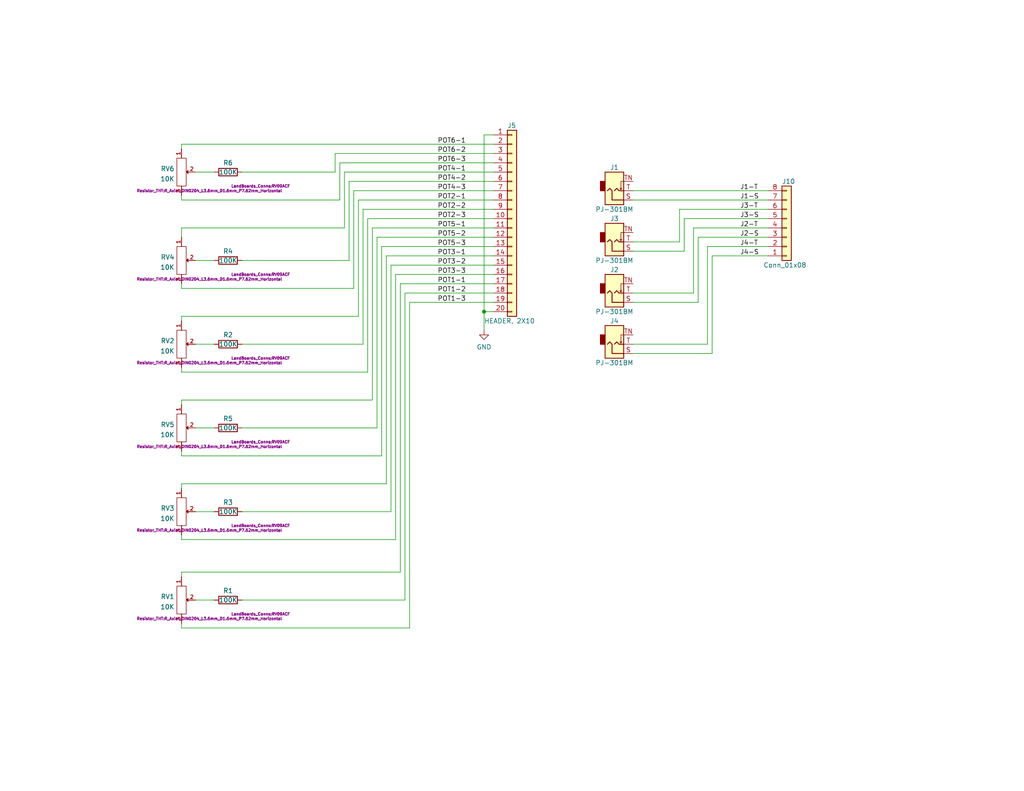
<source format=kicad_sch>
(kicad_sch (version 20211123) (generator eeschema)
  (paper "A")
  (title_block (title "6 POTS, 4 JACKS") (date "2022-10-19") (rev "1") (comment 1 "5 CHANNEL MIXER") (comment 2 "https://note.com/solder_state/n/nffc1a33053be"))
  (lib_symbols
    (symbol "Connector:AudioJack2_SwitchT"
      (property "Reference" "J" (at 0 8.89 0))
      (property "Value" "AudioJack2_SwitchT" (at 0 6.35 0))
      (symbol "AudioJack2_SwitchT_0_1"
        (rectangle (start -2.54 0) (end -3.81 -2.54) (stroke (width 0.254)) (fill (type outline)))
        (polyline (pts (xy 1.778 -0.254) (xy 2.032 -0.762)))
        (polyline (pts (xy 0 0) (xy 0.635 -0.635) (xy 1.27 0) (xy 2.54 0)) (stroke (width 0.254)))
        (polyline (pts (xy 2.54 -2.54) (xy 1.778 -2.54) (xy 1.778 -0.254) (xy 1.524 -0.762)))
        (polyline (pts (xy 2.54 2.54) (xy -0.635 2.54) (xy -0.635 0) (xy -1.27 -0.635) (xy -1.905 0)) (stroke (width 0.254)))
        (rectangle (start 2.54 3.81) (end -2.54 -5.08) (stroke (width 0.254)) (fill (type background)))
      )
      (symbol "AudioJack2_SwitchT_1_1"
        (pin passive line (at 5.08 2.54 180) (length 2.54) (name "~") (number "S"))
        (pin passive line (at 5.08 0 180) (length 2.54) (name "~") (number "T"))
        (pin passive line (at 5.08 -2.54 180) (length 2.54) (name "~") (number "TN"))
      )
    )
    (symbol "Connector_Generic:Conn_01x08" (pin_names (offset 1.016) hide)
      (property "Reference" "J" (at 0 10.16 0))
      (property "Value" "Conn_01x08" (at 0 -12.7 0))
      (symbol "Conn_01x08_1_1"
        (rectangle (start -1.27 -10.033) (end 0 -10.287) (stroke (width 0.1524)))
        (rectangle (start -1.27 -7.493) (end 0 -7.747) (stroke (width 0.1524)))
        (rectangle (start -1.27 -4.953) (end 0 -5.207) (stroke (width 0.1524)))
        (rectangle (start -1.27 -2.413) (end 0 -2.667) (stroke (width 0.1524)))
        (rectangle (start -1.27 0.127) (end 0 -0.127) (stroke (width 0.1524)))
        (rectangle (start -1.27 2.667) (end 0 2.413) (stroke (width 0.1524)))
        (rectangle (start -1.27 5.207) (end 0 4.953) (stroke (width 0.1524)))
        (rectangle (start -1.27 7.747) (end 0 7.493) (stroke (width 0.1524)))
        (rectangle (start -1.27 8.89) (end 1.27 -11.43) (stroke (width 0.254)) (fill (type background)))
        (pin passive line (at -5.08 7.62 0) (length 3.81) (name "Pin_1") (number "1"))
        (pin passive line (at -5.08 5.08 0) (length 3.81) (name "Pin_2") (number "2"))
        (pin passive line (at -5.08 2.54 0) (length 3.81) (name "Pin_3") (number "3"))
        (pin passive line (at -5.08 0 0) (length 3.81) (name "Pin_4") (number "4"))
        (pin passive line (at -5.08 -2.54 0) (length 3.81) (name "Pin_5") (number "5"))
        (pin passive line (at -5.08 -5.08 0) (length 3.81) (name "Pin_6") (number "6"))
        (pin passive line (at -5.08 -7.62 0) (length 3.81) (name "Pin_7") (number "7"))
        (pin passive line (at -5.08 -10.16 0) (length 3.81) (name "Pin_8") (number "8"))
      )
    )
    (symbol "Connector_Generic:Conn_01x20" (pin_names (offset 1.016) hide)
      (property "Reference" "J" (at 0 25.4 0))
      (property "Value" "Conn_01x20" (at 0 -27.94 0))
      (symbol "Conn_01x20_1_1"
        (rectangle (start -1.27 -25.273) (end 0 -25.527) (stroke (width 0.1524)))
        (rectangle (start -1.27 -22.733) (end 0 -22.987) (stroke (width 0.1524)))
        (rectangle (start -1.27 -20.193) (end 0 -20.447) (stroke (width 0.1524)))
        (rectangle (start -1.27 -17.653) (end 0 -17.907) (stroke (width 0.1524)))
        (rectangle (start -1.27 -15.113) (end 0 -15.367) (stroke (width 0.1524)))
        (rectangle (start -1.27 -12.573) (end 0 -12.827) (stroke (width 0.1524)))
        (rectangle (start -1.27 -10.033) (end 0 -10.287) (stroke (width 0.1524)))
        (rectangle (start -1.27 -7.493) (end 0 -7.747) (stroke (width 0.1524)))
        (rectangle (start -1.27 -4.953) (end 0 -5.207) (stroke (width 0.1524)))
        (rectangle (start -1.27 -2.413) (end 0 -2.667) (stroke (width 0.1524)))
        (rectangle (start -1.27 0.127) (end 0 -0.127) (stroke (width 0.1524)))
        (rectangle (start -1.27 2.667) (end 0 2.413) (stroke (width 0.1524)))
        (rectangle (start -1.27 5.207) (end 0 4.953) (stroke (width 0.1524)))
        (rectangle (start -1.27 7.747) (end 0 7.493) (stroke (width 0.1524)))
        (rectangle (start -1.27 10.287) (end 0 10.033) (stroke (width 0.1524)))
        (rectangle (start -1.27 12.827) (end 0 12.573) (stroke (width 0.1524)))
        (rectangle (start -1.27 15.367) (end 0 15.113) (stroke (width 0.1524)))
        (rectangle (start -1.27 17.907) (end 0 17.653) (stroke (width 0.1524)))
        (rectangle (start -1.27 20.447) (end 0 20.193) (stroke (width 0.1524)))
        (rectangle (start -1.27 22.987) (end 0 22.733) (stroke (width 0.1524)))
        (rectangle (start -1.27 24.13) (end 1.27 -26.67) (stroke (width 0.254)) (fill (type background)))
        (pin passive line (at -5.08 22.86 0) (length 3.81) (name "Pin_1") (number "1"))
        (pin passive line (at -5.08 0 0) (length 3.81) (name "Pin_10") (number "10"))
        (pin passive line (at -5.08 -2.54 0) (length 3.81) (name "Pin_11") (number "11"))
        (pin passive line (at -5.08 -5.08 0) (length 3.81) (name "Pin_12") (number "12"))
        (pin passive line (at -5.08 -7.62 0) (length 3.81) (name "Pin_13") (number "13"))
        (pin passive line (at -5.08 -10.16 0) (length 3.81) (name "Pin_14") (number "14"))
        (pin passive line (at -5.08 -12.7 0) (length 3.81) (name "Pin_15") (number "15"))
        (pin passive line (at -5.08 -15.24 0) (length 3.81) (name "Pin_16") (number "16"))
        (pin passive line (at -5.08 -17.78 0) (length 3.81) (name "Pin_17") (number "17"))
        (pin passive line (at -5.08 -20.32 0) (length 3.81) (name "Pin_18") (number "18"))
        (pin passive line (at -5.08 -22.86 0) (length 3.81) (name "Pin_19") (number "19"))
        (pin passive line (at -5.08 20.32 0) (length 3.81) (name "Pin_2") (number "2"))
        (pin passive line (at -5.08 -25.4 0) (length 3.81) (name "Pin_20") (number "20"))
        (pin passive line (at -5.08 17.78 0) (length 3.81) (name "Pin_3") (number "3"))
        (pin passive line (at -5.08 15.24 0) (length 3.81) (name "Pin_4") (number "4"))
        (pin passive line (at -5.08 12.7 0) (length 3.81) (name "Pin_5") (number "5"))
        (pin passive line (at -5.08 10.16 0) (length 3.81) (name "Pin_6") (number "6"))
        (pin passive line (at -5.08 7.62 0) (length 3.81) (name "Pin_7") (number "7"))
        (pin passive line (at -5.08 5.08 0) (length 3.81) (name "Pin_8") (number "8"))
        (pin passive line (at -5.08 2.54 0) (length 3.81) (name "Pin_9") (number "9"))
      )
    )
    (symbol "Device:R" (pin_numbers hide) (pin_names (offset 0))
      (property "Reference" "R" (at 2.032 0 90))
      (property "Value" "R" (at 0 0 90))
      (symbol "R_0_1"
        (rectangle (start -1.016 -2.54) (end 1.016 2.54) (stroke (width 0.254)))
      )
      (symbol "R_1_1"
        (pin passive line (at 0 3.81 270) (length 1.27) (name "~") (number "1"))
        (pin passive line (at 0 -3.81 90) (length 1.27) (name "~") (number "2"))
      )
    )
    (symbol "LandBoards:POT" (pin_names (offset 1.016) hide)
      (property "Reference" "RV" (at 0 -2.54 0))
      (property "Value" "POT" (at 0 0 0))
      (symbol "POT_0_1"
        (rectangle (start -3.81 1.27) (end 3.81 -1.27))
        (polyline (pts (xy 0 1.27) (xy -0.508 1.778) (xy 0.508 1.778)) (fill (type outline)))
      )
      (symbol "POT_1_1"
        (pin passive line (at -6.35 0 0) (length 2.54) (name "1") (number "1"))
        (pin passive line (at 0 3.81 270) (length 2.032) (name "2") (number "2"))
        (pin passive line (at 6.35 0 180) (length 2.54) (name "3") (number "3"))
      )
    )
    (symbol "power:GND" (power) (pin_names (offset 0))
      (property "Value" "GND" (at 0 -3.81 0))
      (symbol "GND_0_1"
        (polyline (pts (xy 0 0) (xy 0 -1.27) (xy 1.27 -1.27) (xy 0 -2.54) (xy -1.27 -1.27) (xy 0 -1.27)))
      )
      (symbol "GND_1_1"
        (pin power_in line (at 0 0 270) (length 0) hide (name "GND") (number "1"))
      )
    )
  )
  (junction (at 132.08 85.09))
  (wire (pts (xy 107.95 147.32) (xy 107.95 74.93)))
  (wire (pts (xy 134.62 69.85) (xy 105.41 69.85)))
  (wire (pts (xy 96.52 78.74) (xy 96.52 52.07)))
  (wire (pts (xy 49.53 100.33) (xy 49.53 101.6)))
  (wire (pts (xy 134.62 62.23) (xy 101.6 62.23)))
  (wire (pts (xy 102.87 116.84) (xy 66.04 116.84)))
  (wire (pts (xy 134.62 72.39) (xy 106.68 72.39)))
  (wire (pts (xy 49.53 77.47) (xy 49.53 78.74)))
  (wire (pts (xy 172.72 80.01) (xy 189.23 80.01)))
  (wire (pts (xy 185.42 66.04) (xy 185.42 57.15)))
  (wire (pts (xy 110.49 80.01) (xy 110.49 163.83)))
  (wire (pts (xy 104.14 67.31) (xy 104.14 124.46)))
  (wire (pts (xy 193.04 67.31) (xy 209.55 67.31)))
  (wire (pts (xy 58.42 163.83) (xy 53.34 163.83)))
  (wire (pts (xy 111.76 82.55) (xy 111.76 171.45)))
  (wire (pts (xy 49.53 133.35) (xy 49.53 132.08)))
  (wire (pts (xy 49.53 54.61) (xy 92.71 54.61)))
  (wire (pts (xy 106.68 72.39) (xy 106.68 139.7)))
  (wire (pts (xy 49.53 156.21) (xy 109.22 156.21)))
  (wire (pts (xy 107.95 74.93) (xy 134.62 74.93)))
  (wire (pts (xy 49.53 147.32) (xy 107.95 147.32)))
  (wire (pts (xy 49.53 171.45) (xy 111.76 171.45)))
  (wire (pts (xy 49.53 170.18) (xy 49.53 171.45)))
  (wire (pts (xy 49.53 39.37) (xy 49.53 40.64)))
  (wire (pts (xy 102.87 64.77) (xy 102.87 116.84)))
  (wire (pts (xy 66.04 163.83) (xy 110.49 163.83)))
  (wire (pts (xy 172.72 96.52) (xy 194.31 96.52)))
  (wire (pts (xy 49.53 64.77) (xy 49.53 62.23)))
  (wire (pts (xy 49.53 78.74) (xy 96.52 78.74)))
  (wire (pts (xy 58.42 93.98) (xy 53.34 93.98)))
  (wire (pts (xy 185.42 57.15) (xy 209.55 57.15)))
  (wire (pts (xy 172.72 68.58) (xy 186.69 68.58)))
  (wire (pts (xy 49.53 86.36) (xy 97.79 86.36)))
  (wire (pts (xy 96.52 52.07) (xy 134.62 52.07)))
  (wire (pts (xy 132.08 36.83) (xy 132.08 85.09)))
  (wire (pts (xy 66.04 93.98) (xy 99.06 93.98)))
  (wire (pts (xy 101.6 62.23) (xy 101.6 109.22)))
  (wire (pts (xy 58.42 139.7) (xy 53.34 139.7)))
  (wire (pts (xy 93.98 62.23) (xy 93.98 46.99)))
  (wire (pts (xy 186.69 68.58) (xy 186.69 59.69)))
  (wire (pts (xy 99.06 57.15) (xy 99.06 93.98)))
  (wire (pts (xy 193.04 93.98) (xy 193.04 67.31)))
  (wire (pts (xy 194.31 69.85) (xy 209.55 69.85)))
  (wire (pts (xy 106.68 139.7) (xy 66.04 139.7)))
  (wire (pts (xy 97.79 86.36) (xy 97.79 54.61)))
  (wire (pts (xy 101.6 109.22) (xy 49.53 109.22)))
  (wire (pts (xy 172.72 82.55) (xy 190.5 82.55)))
  (wire (pts (xy 134.62 41.91) (xy 91.44 41.91)))
  (wire (pts (xy 95.25 71.12) (xy 95.25 49.53)))
  (wire (pts (xy 134.62 57.15) (xy 99.06 57.15)))
  (wire (pts (xy 109.22 77.47) (xy 109.22 156.21)))
  (wire (pts (xy 49.53 123.19) (xy 49.53 124.46)))
  (wire (pts (xy 49.53 157.48) (xy 49.53 156.21)))
  (wire (pts (xy 93.98 46.99) (xy 134.62 46.99)))
  (wire (pts (xy 100.33 59.69) (xy 100.33 101.6)))
  (wire (pts (xy 132.08 85.09) (xy 132.08 90.17)))
  (wire (pts (xy 100.33 101.6) (xy 49.53 101.6)))
  (wire (pts (xy 189.23 62.23) (xy 209.55 62.23)))
  (wire (pts (xy 49.53 87.63) (xy 49.53 86.36)))
  (wire (pts (xy 49.53 132.08) (xy 105.41 132.08)))
  (wire (pts (xy 172.72 54.61) (xy 209.55 54.61)))
  (wire (pts (xy 66.04 71.12) (xy 95.25 71.12)))
  (wire (pts (xy 49.53 53.34) (xy 49.53 54.61)))
  (wire (pts (xy 172.72 93.98) (xy 193.04 93.98)))
  (wire (pts (xy 190.5 64.77) (xy 209.55 64.77)))
  (wire (pts (xy 97.79 54.61) (xy 134.62 54.61)))
  (wire (pts (xy 105.41 69.85) (xy 105.41 132.08)))
  (wire (pts (xy 95.25 49.53) (xy 134.62 49.53)))
  (wire (pts (xy 134.62 36.83) (xy 132.08 36.83)))
  (wire (pts (xy 104.14 124.46) (xy 49.53 124.46)))
  (wire (pts (xy 134.62 77.47) (xy 109.22 77.47)))
  (wire (pts (xy 134.62 82.55) (xy 111.76 82.55)))
  (wire (pts (xy 134.62 80.01) (xy 110.49 80.01)))
  (wire (pts (xy 92.71 54.61) (xy 92.71 44.45)))
  (wire (pts (xy 194.31 96.52) (xy 194.31 69.85)))
  (wire (pts (xy 49.53 110.49) (xy 49.53 109.22)))
  (wire (pts (xy 92.71 44.45) (xy 134.62 44.45)))
  (wire (pts (xy 134.62 59.69) (xy 100.33 59.69)))
  (wire (pts (xy 134.62 67.31) (xy 104.14 67.31)))
  (wire (pts (xy 49.53 62.23) (xy 93.98 62.23)))
  (wire (pts (xy 66.04 46.99) (xy 91.44 46.99)))
  (wire (pts (xy 49.53 39.37) (xy 134.62 39.37)))
  (wire (pts (xy 132.08 85.09) (xy 134.62 85.09)))
  (wire (pts (xy 53.34 71.12) (xy 58.42 71.12)))
  (wire (pts (xy 134.62 64.77) (xy 102.87 64.77)))
  (wire (pts (xy 189.23 80.01) (xy 189.23 62.23)))
  (wire (pts (xy 172.72 52.07) (xy 209.55 52.07)))
  (wire (pts (xy 172.72 66.04) (xy 185.42 66.04)))
  (wire (pts (xy 190.5 82.55) (xy 190.5 64.77)))
  (wire (pts (xy 91.44 41.91) (xy 91.44 46.99)))
  (wire (pts (xy 186.69 59.69) (xy 209.55 59.69)))
  (wire (pts (xy 49.53 146.05) (xy 49.53 147.32)))
  (wire (pts (xy 53.34 46.99) (xy 58.42 46.99)))
  (wire (pts (xy 58.42 116.84) (xy 53.34 116.84)))
  (label "J3-T" (at 201.93 57.15 0))
  (label "POT4-2" (at 119.38 49.53 0))
  (label "POT2-2" (at 119.38 57.15 0))
  (label "POT3-3" (at 119.38 74.93 0))
  (label "J2-T" (at 201.93 62.23 0))
  (label "J4-T" (at 201.93 67.31 0))
  (label "POT4-3" (at 119.38 52.07 0))
  (label "POT6-2" (at 119.38 41.91 0))
  (label "J3-S" (at 201.93 59.69 0))
  (label "POT5-1" (at 119.38 62.23 0))
  (label "POT4-1" (at 119.38 46.99 0))
  (label "POT1-1" (at 119.38 77.47 0))
  (label "POT3-2" (at 119.38 72.39 0))
  (label "POT6-1" (at 119.38 39.37 0))
  (label "POT5-3" (at 119.38 67.31 0))
  (label "J1-T" (at 201.93 52.07 0))
  (label "POT2-1" (at 119.38 54.61 0))
  (label "POT5-2" (at 119.38 64.77 0))
  (label "POT6-3" (at 119.38 44.45 0))
  (label "J1-S" (at 201.93 54.61 0))
  (label "POT3-1" (at 119.38 69.85 0))
  (label "POT2-3" (at 119.38 59.69 0))
  (label "J4-S" (at 201.93 69.85 0))
  (label "POT1-2" (at 119.38 80.01 0))
  (label "POT1-3" (at 119.38 82.55 0))
  (label "J2-S" (at 201.93 64.77 0))
  (symbol (lib_id "Device:R") (at 62.23 139.7 90) (unit 1)
    (property "Reference" "R3" (at 62.23 137.16 90))
    (property "Value" "100K" (at 62.23 139.7 90))
    (property "Footprint" "Resistor_THT:R_Axial_DIN0204_L3.6mm_D1.6mm_P7.62mm_Horizontal" (at 57.15 144.78 90) (effects (font (size 0.762 0.762))))
    (property "Datasheet" "https://www.mouser.com/ProductDetail/Xicon/299-2.2K-RC?qs=QaPBMFBEHz3RDbXknTj%252ByA%3D%3D" (effects hide))
  )
  (symbol (lib_id "Connector_Generic:Conn_01x08") (at 214.63 62.23 0) (mirror x) (unit 1)
    (property "Reference" "J10" (at 213.36 49.53 0) (effects (justify left)))
    (property "Value" "Conn_01x08" (at 208.28 72.39 0) (effects (justify left)))
    (property "Footprint" "Connector_PinHeader_2.54mm:PinHeader_1x08_P2.54mm_Vertical" (effects hide))
  )
  (symbol (lib_id "Connector:AudioJack2_SwitchT") (at 167.64 66.04 0) (mirror x) (unit 1)
    (property "Reference" "J3" (at 167.64 59.69 0))
    (property "Value" "PJ-301BM" (at 167.64 71.12 0))
    (property "Footprint" "AudioJacks:Jack_3.5mm_QingPu_WQP-PJ301BM_Vertical" (effects hide))
    (property "Datasheet" "https://www.taydaelectronics.com/pj-301bm-3-5-mm-mono-phone-jack.html" (effects hide))
  )
  (symbol (lib_id "Device:R") (at 62.23 46.99 90) (unit 1)
    (property "Reference" "R6" (at 62.23 44.45 90))
    (property "Value" "100K" (at 62.23 46.99 90))
    (property "Footprint" "Resistor_THT:R_Axial_DIN0204_L3.6mm_D1.6mm_P7.62mm_Horizontal" (at 57.15 52.07 90) (effects (font (size 0.762 0.762))))
    (property "Datasheet" "https://www.mouser.com/ProductDetail/Xicon/299-2.2K-RC?qs=QaPBMFBEHz3RDbXknTj%252ByA%3D%3D" (effects hide))
  )
  (symbol (lib_id "Device:R") (at 62.23 93.98 90) (unit 1)
    (property "Reference" "R2" (at 62.23 91.44 90))
    (property "Value" "100K" (at 62.23 93.98 90))
    (property "Footprint" "Resistor_THT:R_Axial_DIN0204_L3.6mm_D1.6mm_P7.62mm_Horizontal" (at 57.15 99.06 90) (effects (font (size 0.762 0.762))))
    (property "Datasheet" "https://www.mouser.com/ProductDetail/Xicon/299-2.2K-RC?qs=QaPBMFBEHz3RDbXknTj%252ByA%3D%3D" (effects hide))
  )
  (symbol (lib_id "LandBoards:POT") (at 49.53 116.84 270) (unit 1)
    (property "Reference" "RV5" (at 47.6251 115.9315 90) (effects (justify right)))
    (property "Value" "10K" (at 47.6251 118.7066 90) (effects (justify right)))
    (property "Footprint" "LandBoards_Conns:RV09ACF" (at 71.12 120.65 90) (effects (font (size 0.762 0.762))))
  )
  (symbol (lib_id "LandBoards:POT") (at 49.53 163.83 270) (unit 1)
    (property "Reference" "RV1" (at 47.6251 162.9215 90) (effects (justify right)))
    (property "Value" "10K" (at 47.6251 165.6966 90) (effects (justify right)))
    (property "Footprint" "LandBoards_Conns:RV09ACF" (at 71.12 167.64 90) (effects (font (size 0.762 0.762))))
  )
  (symbol (lib_id "LandBoards:POT") (at 49.53 71.12 270) (unit 1)
    (property "Reference" "RV4" (at 47.6251 70.2115 90) (effects (justify right)))
    (property "Value" "10K" (at 47.6251 72.9866 90) (effects (justify right)))
    (property "Footprint" "LandBoards_Conns:RV09ACF" (at 71.12 74.93 90) (effects (font (size 0.762 0.762))))
  )
  (symbol (lib_id "Device:R") (at 62.23 116.84 90) (unit 1)
    (property "Reference" "R5" (at 62.23 114.3 90))
    (property "Value" "100K" (at 62.23 116.84 90))
    (property "Footprint" "Resistor_THT:R_Axial_DIN0204_L3.6mm_D1.6mm_P7.62mm_Horizontal" (at 57.15 121.92 90) (effects (font (size 0.762 0.762))))
    (property "Datasheet" "https://www.mouser.com/ProductDetail/Xicon/299-2.2K-RC?qs=QaPBMFBEHz3RDbXknTj%252ByA%3D%3D" (effects hide))
  )
  (symbol (lib_id "Connector_Generic:Conn_01x20") (at 139.7 59.69 0) (unit 1)
    (property "Reference" "J5" (at 138.43 34.29 0) (effects (justify left)))
    (property "Value" "HEADER, 2X10" (at 132.08 87.63 0) (effects (justify left)))
    (property "Footprint" "Connector_PinHeader_2.54mm:PinHeader_2x10_P2.54mm_Vertical" (effects hide))
  )
  (symbol (lib_id "Device:R") (at 62.23 163.83 90) (unit 1)
    (property "Reference" "R1" (at 62.23 161.29 90))
    (property "Value" "100K" (at 62.23 163.83 90))
    (property "Footprint" "Resistor_THT:R_Axial_DIN0204_L3.6mm_D1.6mm_P7.62mm_Horizontal" (at 57.15 168.91 90) (effects (font (size 0.762 0.762))))
    (property "Datasheet" "https://www.mouser.com/ProductDetail/Xicon/299-2.2K-RC?qs=QaPBMFBEHz3RDbXknTj%252ByA%3D%3D" (effects hide))
  )
  (symbol (lib_id "LandBoards:POT") (at 49.53 139.7 270) (unit 1)
    (property "Reference" "RV3" (at 47.6251 138.7915 90) (effects (justify right)))
    (property "Value" "10K" (at 47.6251 141.5666 90) (effects (justify right)))
    (property "Footprint" "LandBoards_Conns:RV09ACF" (at 71.12 143.51 90) (effects (font (size 0.762 0.762))))
  )
  (symbol (lib_id "LandBoards:POT") (at 49.53 93.98 270) (unit 1)
    (property "Reference" "RV2" (at 47.6251 93.0715 90) (effects (justify right)))
    (property "Value" "10K" (at 47.6251 95.8466 90) (effects (justify right)))
    (property "Footprint" "LandBoards_Conns:RV09ACF" (at 71.12 97.79 90) (effects (font (size 0.762 0.762))))
  )
  (symbol (lib_id "Device:R") (at 62.23 71.12 90) (unit 1)
    (property "Reference" "R4" (at 62.23 68.58 90))
    (property "Value" "100K" (at 62.23 71.12 90))
    (property "Footprint" "Resistor_THT:R_Axial_DIN0204_L3.6mm_D1.6mm_P7.62mm_Horizontal" (at 57.15 76.2 90) (effects (font (size 0.762 0.762))))
    (property "Datasheet" "https://www.mouser.com/ProductDetail/Xicon/299-2.2K-RC?qs=QaPBMFBEHz3RDbXknTj%252ByA%3D%3D" (effects hide))
  )
  (symbol (lib_id "Connector:AudioJack2_SwitchT") (at 167.64 52.07 0) (mirror x) (unit 1)
    (property "Reference" "J1" (at 167.64 45.72 0))
    (property "Value" "PJ-301BM" (at 167.64 57.15 0))
    (property "Footprint" "AudioJacks:Jack_3.5mm_QingPu_WQP-PJ301BM_Vertical" (effects hide))
    (property "Datasheet" "https://www.taydaelectronics.com/pj-301bm-3-5-mm-mono-phone-jack.html" (effects hide))
  )
  (symbol (lib_id "Connector:AudioJack2_SwitchT") (at 167.64 80.01 0) (mirror x) (unit 1)
    (property "Reference" "J2" (at 167.64 73.66 0))
    (property "Value" "PJ-301BM" (at 167.64 85.09 0))
    (property "Footprint" "AudioJacks:Jack_3.5mm_QingPu_WQP-PJ301BM_Vertical" (effects hide))
    (property "Datasheet" "https://www.taydaelectronics.com/pj-301bm-3-5-mm-mono-phone-jack.html" (effects hide))
  )
  (symbol (lib_id "LandBoards:POT") (at 49.53 46.99 270) (unit 1)
    (property "Reference" "RV6" (at 47.6251 46.0815 90) (effects (justify right)))
    (property "Value" "10K" (at 47.6251 48.8566 90) (effects (justify right)))
    (property "Footprint" "LandBoards_Conns:RV09ACF" (at 71.12 50.8 90) (effects (font (size 0.762 0.762))))
  )
  (symbol (lib_id "power:GND") (at 132.08 90.17 0) (unit 1)
    (property "Reference" "#PWR?" (effects hide))
    (property "Value" "GND" (at 132.08 94.7325 0))
  )
  (symbol (lib_id "Connector:AudioJack2_SwitchT") (at 167.64 93.98 0) (mirror x) (unit 1)
    (property "Reference" "J4" (at 167.64 87.63 0))
    (property "Value" "PJ-301BM" (at 167.64 99.06 0))
    (property "Footprint" "AudioJacks:Jack_3.5mm_QingPu_WQP-PJ301BM_Vertical" (effects hide))
    (property "Datasheet" "https://www.taydaelectronics.com/pj-301bm-3-5-mm-mono-phone-jack.html" (effects hide))
  )
)
</source>
